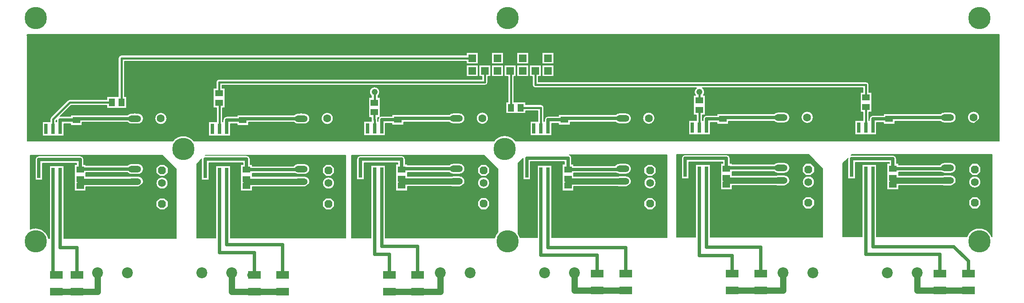
<source format=gbr>
G04 EasyPC Gerber Version 20.0.2 Build 4112 *
G04 #@! TF.Part,Single*
G04 #@! TF.FileFunction,Copper,L1,Top *
%FSLAX35Y35*%
%MOIN*%
G04 #@! TA.AperFunction,ComponentPad*
%AMT92*0 Octagon Pad at angle 0*4,1,8,-0.01284,-0.03100,0.01284,-0.03100,0.03100,-0.01284,0.03100,0.01284,0.01284,0.03100,-0.01284,0.03100,-0.03100,0.01284,-0.03100,-0.01284,-0.01284,-0.03100,0*%
%ADD92T92*%
%AMT90*0 Octagon Pad at angle 0*4,1,8,-0.01305,-0.03150,0.01305,-0.03150,0.03150,-0.01305,0.03150,0.01305,0.01305,0.03150,-0.01305,0.03150,-0.03150,0.01305,-0.03150,-0.01305,-0.01305,-0.03150,0*%
%ADD90T90*%
%ADD88O,0.10400X0.05200*%
G04 #@! TA.AperFunction,WasherPad*
%ADD84R,0.02500X0.08000*%
G04 #@! TA.AperFunction,SMDPad*
%ADD94R,0.05118X0.05906*%
%ADD93R,0.05906X0.05118*%
%ADD150R,0.10200X0.06300*%
G04 #@! TA.AperFunction,WasherPad*
%ADD85R,0.06000X0.06000*%
G04 #@! TD.AperFunction*
%ADD13C,0.00500*%
%ADD98C,0.01500*%
%ADD96C,0.02500*%
G04 #@! TA.AperFunction,ViaPad*
%ADD107C,0.04800*%
G04 #@! TD.AperFunction*
%ADD95C,0.05000*%
G04 #@! TA.AperFunction,ComponentPad*
%ADD91C,0.06200*%
%ADD89C,0.06300*%
G04 #@! TA.AperFunction,WasherPad*
%ADD106C,0.08661*%
%ADD82C,0.17717*%
X0Y0D02*
D02*
D13*
X14128Y211667D02*
Y127612D01*
X129367*
G75*
G02X146133I8383J-6299*
G01*
X384045*
G75*
G02X401100I8528J-6102*
G01*
X784600*
Y212258*
X14128*
X14030Y211667*
X14128*
X362217Y198146D02*
X371472D01*
Y188890*
X362217*
Y191140*
X91112*
Y162902*
X92921*
Y153740*
X77067*
Y155943*
X48971*
X40250Y147222*
G75*
G02X40294Y147222I48J-2881*
G01*
X48524*
Y148531*
X57685*
Y148344*
X93668*
G75*
G02X96766Y149695I3098J-2878*
G01*
X97829*
G75*
G02X100899I1535J-4169*
G01*
X101963*
G75*
G02X106191Y145467J-4228*
G01*
G75*
G02X101963Y141238I-4228*
G01*
X100728*
G75*
G02X98000I-1364J4229*
G01*
X96766*
G75*
G02X93668Y142589J4228*
G01*
X57685*
Y140157*
X48524*
Y141467*
X43172*
Y137455*
G75*
G02X43171Y137407I-2882*
G01*
Y131827*
X26100*
Y143083*
X32222*
Y144931*
G75*
G02Y144934I854J2*
G01*
G75*
G02Y144935I740J0*
G01*
G75*
G02X32919Y146617I2378*
G01*
X46305Y160002*
G75*
G02X47990Y160699I1681J-1681*
G01*
X77067*
Y162902*
X86356*
Y193518*
G75*
G02X88734Y195896I2378*
G01*
X362217*
Y198146*
X120033Y150382D02*
G75*
G02X124811Y145604J-4778D01*
G01*
G75*
G02X120033Y140826I-4778*
G01*
G75*
G02X115256Y145604J4778*
G01*
G75*
G02X120033Y150382I4778*
G01*
X372217Y188146D02*
X381472D01*
Y178890*
X379222*
Y174364*
G75*
G02X376844Y171986I-2378*
G01*
X168573*
Y169791*
X170776*
Y153937*
X168868*
Y143083*
X169306*
Y144344*
G75*
G02X172183Y147222I2878*
G01*
X180413*
Y148531*
X189575*
Y148344*
X225558*
G75*
G02X228656Y149695I3098J-2878*
G01*
X229719*
G75*
G02X232789I1535J-4169*
G01*
X233852*
G75*
G02X238081Y145467J-4228*
G01*
G75*
G02X233852Y141238I-4228*
G01*
X232618*
G75*
G02X229890I-1364J4229*
G01*
X228656*
G75*
G02X225558Y142589J4228*
G01*
X189575*
Y140157*
X180413*
Y141467*
X175061*
Y137455*
G75*
G02X175061Y137407I-2882*
G01*
Y131827*
X157990*
Y143083*
X164112*
Y153937*
X161614*
Y169791*
X163817*
Y174364*
G75*
G02X166195Y176742I2378*
G01*
X374467*
Y178890*
X372217*
Y188146*
X251923Y150382D02*
G75*
G02X256701Y145604J-4778D01*
G01*
G75*
G02X251923Y140826I-4778*
G01*
G75*
G02X247145Y145604J4778*
G01*
G75*
G02X251923Y150382I4778*
G01*
X356785Y149892D02*
G75*
G02X361014Y145663J-4228D01*
G01*
G75*
G02X356785Y141435I-4228*
G01*
X355551*
G75*
G02X352823I-1364J4229*
G01*
X351589*
G75*
G02X348491Y142785J4228*
G01*
X312508*
Y140354*
X303346*
Y141663*
X297994*
Y137652*
G75*
G02X297994Y137604I-2882*
G01*
Y132024*
X280923*
Y143280*
X286888*
Y146457*
X284744*
Y162311*
X286986*
Y163381*
G75*
G02X285395Y166589I2437J3207*
G01*
G75*
G02X293451I4028*
G01*
G75*
G02X292057Y163541I-4028*
G01*
Y162311*
X293906*
Y147152*
G75*
G02X295117Y147419I1211J-2611*
G01*
X303346*
Y148728*
X312508*
Y148541*
X348491*
G75*
G02X351589Y149892I3098J-2878*
G01*
X352652*
G75*
G02X355722I1535J-4169*
G01*
X356785*
X374856Y150579D02*
G75*
G02X379634Y145801J-4778D01*
G01*
G75*
G02X374856Y141023I-4778*
G01*
G75*
G02X370078Y145801J4778*
G01*
G75*
G02X374856Y150579I4778*
G01*
X362217Y188146D02*
X371472D01*
Y178890*
X362217*
Y188146*
X382217D02*
X391472D01*
Y178890*
X382217*
Y188146*
Y198146D02*
X391472D01*
Y188890*
X382217*
Y198146*
X488675Y149892D02*
G75*
G02X492904Y145663J-4228D01*
G01*
G75*
G02X488675Y141435I-4228*
G01*
X487441*
G75*
G02X484713I-1364J4229*
G01*
X483478*
G75*
G02X480381Y142785J4228*
G01*
X444398*
Y140354*
X435236*
Y141663*
X429884*
Y137652*
G75*
G02X429884Y137604I-2882*
G01*
Y132024*
X412813*
Y143280*
X418935*
Y151809*
X409260*
Y149606*
X393406*
Y158768*
X395215*
Y178890*
X392217*
Y188146*
X401472*
Y178890*
X399970*
Y158768*
X409260*
Y156565*
X421313*
G75*
G02X423691Y154187J-2378*
G01*
Y143280*
X424128*
Y144541*
G75*
G02X427006Y147419I2878*
G01*
X435236*
Y148728*
X444398*
Y148541*
X480381*
G75*
G02X483478Y149892I3098J-2878*
G01*
X484542*
G75*
G02X487612I1535J-4169*
G01*
X488675*
X402217Y188146D02*
X411472D01*
Y178890*
X402217*
Y188146*
Y198146D02*
X411472D01*
Y188890*
X402217*
Y198146*
X746156Y150581D02*
G75*
G02Y142124J-4228D01*
G01*
X744921*
G75*
G02X742193I-1364J4229*
G01*
X740959*
G75*
G02X737861Y143474J4228*
G01*
X701878*
Y141043*
X692717*
Y142352*
X687365*
Y138341*
G75*
G02X687364Y138293I-2882*
G01*
Y132713*
X670293*
Y143969*
X676612*
Y150591*
X674409*
Y166445*
X676612*
Y169919*
X549169*
G75*
G02X550057Y164083I-2265J-3331*
G01*
X551484*
Y148228*
X549281*
Y143969*
X549719*
Y145230*
G75*
G02X552597Y148108I2878*
G01*
X560827*
Y149417*
X569988*
Y149230*
X605971*
G75*
G02X609069Y150581I3098J-2878*
G01*
X610132*
G75*
G02X613202I1535J-4169*
G01*
X614266*
G75*
G02X618494Y146352J-4228*
G01*
G75*
G02X614266Y142124I-4228*
G01*
X613031*
G75*
G02X610303I-1364J4229*
G01*
X609069*
G75*
G02X605971Y143474J4228*
G01*
X569988*
Y141043*
X560827*
Y142352*
X555475*
Y138341*
G75*
G02X555474Y138293I-2882*
G01*
Y132713*
X538404*
Y143969*
X544526*
Y148228*
X542323*
Y164083*
X543750*
G75*
G02X544639Y169919I3154J2506*
G01*
X416844*
G75*
G02X414467Y172297J2378*
G01*
Y178890*
X412217*
Y188146*
X421472*
Y178890*
X419222*
Y174675*
X678990*
G75*
G02X681368Y172297J-2378*
G01*
Y166445*
X683571*
Y150591*
X681368*
Y143969*
X681609*
Y145230*
G75*
G02X684487Y148108I2878*
G01*
X692717*
Y149417*
X701878*
Y149230*
X737861*
G75*
G02X740959Y150581I3098J-2878*
G01*
X742022*
G75*
G02X745092I1535J-4169*
G01*
X746156*
X632337Y151268D02*
G75*
G02Y141712J-4778D01*
G01*
G75*
G02X627559Y146490J4778*
G01*
G75*
G02X632337Y151268I4778*
G01*
X506746Y150579D02*
G75*
G02X511524Y145801J-4778D01*
G01*
G75*
G02X506746Y141023I-4778*
G01*
G75*
G02X501968Y145801J4778*
G01*
G75*
G02X506746Y150579I4778*
G01*
X422217Y188146D02*
X431472D01*
Y178890*
X422217*
Y188146*
Y198146D02*
X431472D01*
Y188890*
X422217*
Y198146*
X764226Y151268D02*
G75*
G02Y141712J-4778D01*
G01*
G75*
G02X759448Y146490J4778*
G01*
G75*
G02X764226Y151268I4778*
G01*
X169596Y145604D02*
G36*
X168868D01*
Y143083*
X169306*
Y144344*
G75*
G02X169596Y145604I2878J0*
G01*
G37*
X768922D02*
G36*
G75*
G02X764226Y141712I-4695J886D01*
G01*
G75*
G02X759531Y145604I1J4778*
G01*
X750317*
G75*
G02X746156Y142124I-4162J748*
G01*
X744921*
G75*
G02X742193I-1364J4230*
G01*
X740959*
G75*
G02X737861Y143474J4228*
G01*
X701878*
Y141043*
X692717*
Y142352*
X687365*
Y138341*
G75*
G02Y138329I-1455J-6*
G01*
G75*
G02X687364Y138293I-1454J-2*
G01*
Y132713*
X670293*
Y143969*
X676612*
Y145604*
X637032*
G75*
G02X632337Y141712I-4695J886*
G01*
G75*
G02X627642Y145604I1J4778*
G01*
X618427*
G75*
G02X614266Y142124I-4162J748*
G01*
X613031*
G75*
G02X610303I-1364J4230*
G01*
X609069*
G75*
G02X605971Y143474J4228*
G01*
X569988*
Y141043*
X560827*
Y142352*
X555475*
Y138341*
G75*
G02Y138329I-1455J-6*
G01*
G75*
G02X555474Y138293I-1454J-2*
G01*
Y132713*
X538404*
Y143969*
X544526*
Y145604*
X511520*
G75*
G02X506746Y141023I-4774J198*
G01*
G75*
G02X501972Y145604I0J4779*
G01*
X492903*
G75*
G02X488675Y141435I-4228J59*
G01*
X487441*
G75*
G02X484713I-1364J4230*
G01*
X483478*
G75*
G02X480381Y142785J4228*
G01*
X444398*
Y140354*
X435236*
Y141663*
X429884*
Y137652*
G75*
G02Y137640I-1455J-6*
G01*
G75*
G02X429884Y137604I-1454J-2*
G01*
Y132024*
X412813*
Y143280*
X418935*
Y145604*
X379630*
G75*
G02X374856Y141023I-4774J198*
G01*
G75*
G02X370082Y145604I0J4779*
G01*
X361013*
G75*
G02X356785Y141435I-4228J59*
G01*
X355551*
G75*
G02X352823I-1364J4230*
G01*
X351589*
G75*
G02X348491Y142785J4228*
G01*
X312508*
Y140354*
X303346*
Y141663*
X297994*
Y137652*
G75*
G02Y137640I-1455J-6*
G01*
G75*
G02X297994Y137604I-1454J-2*
G01*
Y132024*
X280923*
Y143280*
X286888*
Y145604*
X256701*
G75*
G02X251923Y140826I-4778*
G01*
G75*
G02X247145Y145604J4778*
G01*
X238078*
G75*
G02X238081Y145467I-4227J-141*
G01*
G75*
G02X233852Y141238I-4228*
G01*
X232618*
G75*
G02X229890I-1364J4230*
G01*
X228656*
G75*
G02X225558Y142589J4228*
G01*
X189575*
Y140157*
X180413*
Y141467*
X175061*
Y137455*
G75*
G02Y137443I-1455J-6*
G01*
G75*
G02X175061Y137407I-1454J-2*
G01*
Y131827*
X157990*
Y143083*
X164112*
Y145604*
X124811*
G75*
G02X120033Y140826I-4778*
G01*
G75*
G02X115256Y145604J4778*
G01*
X106189*
G75*
G02X106191Y145467I-4227J-141*
G01*
G75*
G02X101963Y141238I-4228*
G01*
X100728*
G75*
G02X98000I-1364J4230*
G01*
X96766*
G75*
G02X93668Y142589J4228*
G01*
X57685*
Y140157*
X48524*
Y141467*
X43172*
Y137455*
G75*
G02Y137443I-1455J-6*
G01*
G75*
G02X43171Y137407I-1454J-2*
G01*
Y131827*
X26100*
Y143083*
X32222*
Y144931*
Y144934*
Y144935*
G75*
G02X32319Y145604I2380J-2*
G01*
X14280*
Y127862*
X129560*
G75*
G02X145940I8190J-6550*
G01*
X384230*
G75*
G02X400916I8343J-6352*
G01*
X784350*
Y145604*
X768922*
G37*
X424332D02*
G36*
X423691D01*
Y143280*
X424128*
Y144541*
G75*
G02X424332Y145604I2878*
G01*
G37*
X549743D02*
G36*
X549281D01*
Y143969*
X549719*
Y145230*
G75*
G02X549743Y145604I2878*
G01*
G37*
X681633D02*
G36*
X681368D01*
Y143969*
X681609*
Y145230*
G75*
G02X681633Y145604I2878*
G01*
G37*
X32319D02*
G36*
G75*
G02X32919Y146617I2283J-670D01*
G01*
X46305Y160002*
G75*
G02X47990Y160699I1681J-1682*
G01*
X77067*
Y162902*
X86356*
Y164986*
X14280*
Y145604*
X32319*
G37*
X161614Y164986D02*
G36*
X91112D01*
Y162902*
X92921*
Y153740*
X77067*
Y155943*
X48971*
X40250Y147222*
G75*
G02X40294Y147222I33J-1191*
G01*
X48524*
Y148531*
X57685*
Y148344*
X93668*
G75*
G02X96766Y149695I3098J-2878*
G01*
X97829*
G75*
G02X100899I1535J-4169*
G01*
X101963*
G75*
G02X106189Y145604I0J-4229*
G01*
X115256*
G75*
G02X120033Y150382I4778*
G01*
G75*
G02X124811Y145604J-4778*
G01*
X164112*
Y153937*
X161614*
Y164986*
G37*
X286888Y145604D02*
G36*
Y146457D01*
X284744*
Y162311*
X286986*
Y163381*
G75*
G02X285728Y164986I2437J3207*
G01*
X170776*
Y153937*
X168868*
Y145604*
X169596*
G75*
G02X172183Y147222I2587J-1260*
G01*
X180413*
Y148531*
X189575*
Y148344*
X225558*
G75*
G02X228656Y149695I3098J-2878*
G01*
X229719*
G75*
G02X232789I1535J-4169*
G01*
X233852*
G75*
G02X238078Y145604I0J-4229*
G01*
X247145*
G75*
G02X251923Y150382I4778*
G01*
G75*
G02X256701Y145604J-4778*
G01*
X286888*
G37*
X418935D02*
G36*
Y151809D01*
X409260*
Y149606*
X393406*
Y158768*
X395215*
Y164986*
X293119*
G75*
G02X292057Y163541I-3696J1602*
G01*
Y162311*
X293906*
Y147152*
G75*
G02X295117Y147419I1212J-2613*
G01*
X303346*
Y148728*
X312508*
Y148541*
X348491*
G75*
G02X351589Y149892I3098J-2878*
G01*
X352652*
G75*
G02X355722I1535J-4169*
G01*
X356785*
G75*
G02X361014Y145663J-4228*
G01*
G75*
G02X361013Y145604I-4230J-1*
G01*
X370082*
G75*
G02X370078Y145801I4776J194*
G01*
G75*
G02X374856Y150579I4778*
G01*
G75*
G02X379634Y145801J-4778*
G01*
G75*
G02X379630Y145604I-4780J-3*
G01*
X418935*
G37*
X543208Y164986D02*
G36*
X399970D01*
Y158768*
X409260*
Y156565*
X421313*
G75*
G02X423691Y154187J-2378*
G01*
Y145604*
X424332*
G75*
G02X427006Y147419I2674J-1063*
G01*
X435236*
Y148728*
X444398*
Y148541*
X480381*
G75*
G02X483478Y149892I3098J-2878*
G01*
X484542*
G75*
G02X487612I1535J-4169*
G01*
X488675*
G75*
G02X492904Y145663J-4228*
G01*
G75*
G02X492903Y145604I-4230J-1*
G01*
X501972*
G75*
G02X501968Y145801I4776J194*
G01*
G75*
G02X506746Y150579I4778*
G01*
G75*
G02X511524Y145801J-4778*
G01*
G75*
G02X511520Y145604I-4780J-3*
G01*
X544526*
Y148228*
X542323*
Y164083*
X543750*
G75*
G02X543208Y164986I3154J2506*
G01*
G37*
X674409D02*
G36*
X550599D01*
G75*
G02X550057Y164083I-3696J1602*
G01*
X551484*
Y148228*
X549281*
Y145604*
X549743*
G75*
G02X552597Y148108I2854J-374*
G01*
X560827*
Y149417*
X569988*
Y149230*
X605971*
G75*
G02X609069Y150581I3098J-2878*
G01*
X610132*
G75*
G02X613202I1535J-4169*
G01*
X614266*
G75*
G02X618494Y146352J-4228*
G01*
G75*
G02X618427Y145604I-4229J2*
G01*
X627642*
G75*
G02X627559Y146490I4696J887*
G01*
G75*
G02X632337Y151268I4778*
G01*
G75*
G02X637115Y146490J-4778*
G01*
G75*
G02X637032Y145604I-4778J-1*
G01*
X676612*
Y150591*
X674409*
Y164986*
G37*
X750317Y145604D02*
G36*
X759531D01*
G75*
G02X759448Y146490I4696J887*
G01*
G75*
G02X764226Y151268I4778*
G01*
G75*
G02X769004Y146490J-4778*
G01*
G75*
G02X768922Y145604I-4778J-1*
G01*
X784350*
Y164986*
X683571*
Y150591*
X681368*
Y145604*
X681633*
G75*
G02X684487Y148108I2854J-374*
G01*
X692717*
Y149417*
X701878*
Y149230*
X737861*
G75*
G02X740959Y150581I3098J-2878*
G01*
X742022*
G75*
G02X745092I1535J-4169*
G01*
X746156*
G75*
G02X750384Y146352J-4228*
G01*
G75*
G02X750317Y145604I-4229J-1*
G01*
G37*
X86356Y183518D02*
G36*
X14280D01*
Y164986*
X86356*
Y183518*
G37*
X372217D02*
G36*
X371472D01*
Y178890*
X362217*
Y183518*
X91112*
Y164986*
X161614*
Y169791*
X163817*
Y174364*
G75*
G02X166195Y176742I2378*
G01*
X374467*
Y178890*
X372217*
Y183518*
G37*
X392217D02*
G36*
X391472D01*
Y178890*
X382217*
Y183518*
X381472*
Y178890*
X379222*
Y174364*
G75*
G02X376844Y171986I-2378*
G01*
X168573*
Y169791*
X170776*
Y164986*
X285728*
G75*
G02X285395Y166589I3696J1602*
G01*
G75*
G02X293451I4028*
G01*
Y166588*
G75*
G02X293119Y164986I-4028*
G01*
X395215*
Y178890*
X392217*
Y183518*
G37*
X543208Y164986D02*
G36*
G75*
G02X542876Y166589I3696J1603D01*
G01*
G75*
G02X544639Y169919I4028J0*
G01*
X416844*
G75*
G02X414467Y172297J2378*
G01*
Y178890*
X412217*
Y183518*
X411472*
Y178890*
X402217*
Y183518*
X401472*
Y178890*
X399970*
Y164986*
X543208*
G37*
X683571D02*
G36*
X784350D01*
Y183518*
X431472*
Y178890*
X422217*
Y183518*
X421472*
Y178890*
X419222*
Y174675*
X678990*
G75*
G02X681368Y172297J-2378*
G01*
Y166445*
X683571*
Y164986*
G37*
X674409D02*
G36*
Y166445D01*
X676612*
Y169919*
X549169*
G75*
G02X550931Y166589I-2265J-3331*
G01*
G75*
G02X550599Y164986I-4029J1*
G01*
X674409*
G37*
X86356Y193518D02*
G36*
X14280D01*
Y183518*
X86356*
Y193518*
G37*
X431472D02*
G36*
Y188890D01*
X422217*
Y193518*
X411472*
Y188890*
X402217*
Y193518*
X391472*
Y188890*
X382217*
Y193518*
X371472*
Y188890*
X362217*
Y191140*
X91112*
Y183518*
X362217*
Y188146*
X371472*
Y183518*
X372217*
Y188146*
X381472*
Y183518*
X382217*
Y188146*
X391472*
Y183518*
X392217*
Y188146*
X401472*
Y183518*
X402217*
Y188146*
X411472*
Y183518*
X412217*
Y188146*
X421472*
Y183518*
X422217*
Y188146*
X431472*
Y183518*
X784350*
Y193518*
X431472*
G37*
X371472D02*
G36*
X382217D01*
Y198146*
X391472*
Y193518*
X402217*
Y198146*
X411472*
Y193518*
X422217*
Y198146*
X431472*
Y193518*
X784350*
Y212008*
X14280*
Y193518*
X86356*
G75*
G02X88734Y195896I2378*
G01*
X362217*
Y198146*
X371472*
Y193518*
G37*
X36978Y143950D02*
Y143083D01*
X37416*
Y144344*
G75*
G02X37416Y144388I2882J-5*
G01*
X36978Y143950*
G36*
Y143083*
X37416*
Y144344*
G75*
G02X37416Y144388I2882J-5*
G01*
X36978Y143950*
G37*
X132238Y105368D02*
X121215Y116392D01*
X16490*
Y57679*
G75*
G02X30939Y50447I4232J-9594*
G01*
X31722*
Y108043*
X43171*
Y102463*
G75*
G02X43172Y102415I-2882J-48*
G01*
Y50447*
X132238*
Y105368*
X101963Y109695D02*
G75*
G02X106191Y105467J-4228D01*
G01*
G75*
G02X101963Y101238I-4228*
G01*
X96766*
G75*
G02X93668Y102589J4228*
G01*
X60638*
Y99594*
X95850*
G75*
G02X96766Y99695I916J-4127*
G01*
X101963*
G75*
G02X106191Y95467J-4228*
G01*
G75*
G02X101963Y91238I-4228*
G01*
X96766*
G75*
G02X95850Y91339J4228*
G01*
X60638*
Y87992*
X51476*
Y109161*
X53179*
Y110167*
X26232*
Y102415*
G75*
G02X26230Y102320I-2881*
G01*
Y96787*
X20474*
Y108043*
X20476*
Y113045*
G75*
G02X23354Y115923I2878*
G01*
X56057*
G75*
G02X58935Y113045J-2878*
G01*
Y109161*
X60638*
Y108344*
X93668*
G75*
G02X96766Y109695I3098J-2878*
G01*
X101963*
X122976Y82419D02*
X125746Y79649D01*
Y75733*
X122976Y72963*
X119060*
X116290Y75733*
Y79649*
X119060Y82419*
X122976*
X116290Y94266D02*
G75*
G02X125746I4728D01*
G01*
G75*
G02X116290I-4728*
G01*
X122976Y108994D02*
X125746Y106224D01*
Y102308*
X122976Y99538*
X119060*
X116290Y102308*
Y106224*
X119060Y108994*
X122976*
X31722Y77691D02*
G36*
X16740D01*
Y57785*
G75*
G02X30878Y50697I3982J-9700*
G01*
X31722*
Y77691*
G37*
X125746D02*
G36*
Y75733D01*
X122976Y72963*
X119060*
X116290Y75733*
Y77691*
X43172*
Y50697*
X131988*
Y77691*
X125746*
G37*
X31722Y94266D02*
G36*
X16740D01*
Y77691*
X31722*
Y94266*
G37*
X106017D02*
G36*
G75*
G02X101963Y91238I-4055J1201D01*
G01*
X96766*
G75*
G02X95850Y91339I0J4231*
G01*
X60638*
Y87992*
X51476*
Y94266*
X43172*
Y77691*
X116290*
Y79649*
X119060Y82419*
X122976*
X125746Y79649*
Y77691*
X131988*
Y94266*
X125746*
G75*
G02X116290I-4728*
G01*
X106017*
G37*
X31722Y101957D02*
G36*
X26230D01*
Y96787*
X20474*
Y101957*
X16740*
Y94266*
X31722*
Y101957*
G37*
X51476Y94266D02*
G36*
Y101957D01*
X43172*
Y94266*
X51476*
G37*
X125395Y101957D02*
G36*
X122976Y99538D01*
X119060*
X116640Y101957*
X104321*
G75*
G02X101963Y101238I-2359J3509*
G01*
X96766*
G75*
G02X94407Y101957J4228*
G01*
X60638*
Y99594*
X95850*
G75*
G02X96766Y99695I916J-4130*
G01*
X101963*
G75*
G02X106191Y95467J-4228*
G01*
G75*
G02X106017Y94266I-4229*
G01*
X116290*
G75*
G02X125746I4728*
G01*
X131988*
Y101957*
X125395*
G37*
X104321D02*
G36*
X116640D01*
X116290Y102308*
Y106224*
X119060Y108994*
X122976*
X125746Y106224*
Y102308*
X125395Y101957*
X131988*
Y105618*
X121465Y116142*
X16740*
Y101957*
X20474*
Y108043*
X20476*
Y113045*
G75*
G02X23354Y115923I2878*
G01*
X56057*
G75*
G02X58935Y113045J-2878*
G01*
Y109161*
X60638*
Y108344*
X93668*
G75*
G02X96766Y109695I3098J-2878*
G01*
X101963*
G75*
G02X106191Y105467J-4228*
G01*
G75*
G02X104321Y101957I-4229J0*
G01*
G37*
X51476D02*
G36*
Y109161D01*
X53179*
Y110167*
X26232*
Y102415*
G75*
G02X26230Y102320I-2884*
G01*
Y101957*
X31722*
Y108043*
X43171*
Y102463*
G75*
G02X43172Y102428I-1421J-33*
G01*
G75*
G02Y102415I-1454J-6*
G01*
Y101957*
X51476*
G37*
X94407D02*
G36*
G75*
G02X93668Y102589I2359J3509D01*
G01*
X60638*
Y101957*
X94407*
G37*
X266490Y116293D02*
X155270D01*
X155194Y116218*
G75*
G02X155244Y116219I48J-2877*
G01*
X187947*
G75*
G02X190825Y113341J-2878*
G01*
Y109161*
X192528*
Y107852*
X225165*
G75*
G02X228656Y109695I3491J-2386*
G01*
X233852*
G75*
G02X238081Y105467J-4228*
G01*
G75*
G02X233852Y101238I-4228*
G01*
X228656*
G75*
G02X226102Y102096J4228*
G01*
X192528*
Y99594*
X227740*
G75*
G02X228656Y99695I916J-4127*
G01*
X233852*
G75*
G02X238081Y95467J-4228*
G01*
G75*
G02X233852Y91238I-4228*
G01*
X228656*
G75*
G02X227740Y91339J4228*
G01*
X192528*
Y87992*
X183366*
Y109161*
X185069*
Y110463*
X158122*
Y102415*
G75*
G02X158120Y102320I-2881*
G01*
Y96787*
X152364*
Y108043*
X152366*
Y113341*
G75*
G02X152366Y113390I2877J2*
G01*
X148380Y109404*
Y50841*
X163612*
Y108043*
X175061*
Y102463*
G75*
G02X175061Y102415I-2882J-48*
G01*
Y50841*
X266490*
Y116293*
X254865Y82419D02*
X257635Y79649D01*
Y75733*
X254865Y72963*
X250950*
X248180Y75733*
Y79649*
X250950Y82419*
X254865*
X248180Y94266D02*
G75*
G02X257635I4728D01*
G01*
G75*
G02X248180I-4728*
G01*
X254865Y108994D02*
X257635Y106224D01*
Y102308*
X254865Y99538*
X250950*
X248180Y102308*
Y106224*
X250950Y108994*
X254865*
X163612Y77691D02*
G36*
X148630D01*
Y51091*
X163612*
Y77691*
G37*
X257635D02*
G36*
Y75733D01*
X254865Y72963*
X250950*
X248180Y75733*
Y77691*
X175061*
Y51091*
X266240*
Y77691*
X257635*
G37*
X163612Y94266D02*
G36*
X148630D01*
Y77691*
X163612*
Y94266*
G37*
X237907D02*
G36*
G75*
G02X233852Y91238I-4055J1201D01*
G01*
X228656*
G75*
G02X227740Y91339I0J4231*
G01*
X192528*
Y87992*
X183366*
Y94266*
X175061*
Y77691*
X248180*
Y79649*
X250950Y82419*
X254865*
X257635Y79649*
Y77691*
X266240*
Y94266*
X257635*
G75*
G02X248180I-4728*
G01*
X237907*
G37*
X163612D02*
G36*
Y104266D01*
X158122*
Y102415*
G75*
G02X158120Y102320I-2884*
G01*
Y96787*
X152364*
Y104266*
X148630*
Y94266*
X163612*
G37*
X183366Y104266D02*
G36*
X175061D01*
Y102463*
G75*
G02X175061Y102428I-1421J-33*
G01*
G75*
G02Y102415I-1454J-6*
G01*
Y94266*
X183366*
Y104266*
G37*
X257635D02*
G36*
Y102308D01*
X254865Y99538*
X250950*
X248180Y102308*
Y104266*
X237907*
G75*
G02X233852Y101238I-4055J1201*
G01*
X228656*
G75*
G02X226102Y102096I1J4231*
G01*
X192528*
Y99594*
X227740*
G75*
G02X228656Y99695I916J-4130*
G01*
X233852*
G75*
G02X238081Y95467J-4228*
G01*
G75*
G02X237907Y94266I-4229*
G01*
X248180*
G75*
G02X257635I4728*
G01*
X266240*
Y104266*
X257635*
G37*
X183366D02*
G36*
Y109161D01*
X185069*
Y110463*
X158122*
Y104266*
X163612*
Y108043*
X175061*
Y104266*
X183366*
G37*
X152364D02*
G36*
Y108043D01*
X152366*
Y113341*
G75*
G02Y113353I1552J6*
G01*
G75*
G02X152366Y113390I1518J2*
G01*
X148630Y109654*
Y104266*
X152364*
G37*
X237907D02*
G36*
X248180D01*
Y106224*
X250950Y108994*
X254865*
X257635Y106224*
Y104266*
X266240*
Y116043*
X188936*
G75*
G02X190825Y113341I-989J-2703*
G01*
Y109161*
X192528*
Y107852*
X225165*
G75*
G02X228656Y109695I3491J-2387*
G01*
X233852*
G75*
G02X238081Y105467J-4228*
G01*
G75*
G02X237907Y104266I-4229*
G01*
G37*
X291959Y146457D02*
Y143280D01*
X292239*
Y144541*
G75*
G02X292969Y146457I2878*
G01*
X291959*
G36*
Y143280*
X292239*
Y144541*
G75*
G02X292969Y146457I2878*
G01*
X291959*
G37*
X387061Y105270D02*
X376037Y116293D01*
X271313*
Y50644*
X286545*
Y108240*
X297994*
Y102660*
G75*
G02X297994Y102612I-2882J-48*
G01*
Y50644*
X384569*
G75*
G02X387061Y55228I10169J-2559*
G01*
Y105270*
X356785Y109892D02*
G75*
G02X361014Y105663J-4228D01*
G01*
G75*
G02X356785Y101435I-4228*
G01*
X351589*
G75*
G02X348491Y102785J4228*
G01*
X315461*
Y99791*
X350673*
G75*
G02X351589Y99892I916J-4127*
G01*
X356785*
G75*
G02X361014Y95663J-4228*
G01*
G75*
G02X356785Y91435I-4228*
G01*
X351589*
G75*
G02X350673Y91535J4228*
G01*
X315461*
Y88189*
X306299*
Y109358*
X308002*
Y110364*
X281055*
Y102612*
G75*
G02X281053Y102517I-2881*
G01*
Y96984*
X275297*
Y108240*
X275299*
Y113242*
G75*
G02X278177Y116120I2878*
G01*
X310880*
G75*
G02X313758Y113242J-2878*
G01*
Y109358*
X315461*
Y108541*
X348491*
G75*
G02X351589Y109892I3098J-2878*
G01*
X356785*
X377798Y82616D02*
X380569Y79846D01*
Y75930*
X377798Y73160*
X373883*
X371113Y75930*
Y79846*
X373883Y82616*
X377798*
X371113Y94463D02*
G75*
G02X380569I4728D01*
G01*
G75*
G02X371113I-4728*
G01*
X377798Y109191D02*
X380569Y106420D01*
Y102505*
X377798Y99735*
X373883*
X371113Y102505*
Y106420*
X373883Y109191*
X377798*
X386811Y54949D02*
G36*
Y77888D01*
X380569*
Y75930*
X377798Y73160*
X373883*
X371113Y75930*
Y77888*
X297994*
Y50894*
X384635*
G75*
G02X386811Y54949I10103J-2809*
G01*
G37*
X286545Y77888D02*
G36*
X271563D01*
Y50894*
X286545*
Y77888*
G37*
Y94463D02*
G36*
X271563D01*
Y77888*
X286545*
Y94463*
G37*
X360840D02*
G36*
G75*
G02X356785Y91435I-4055J1201D01*
G01*
X351589*
G75*
G02X350673Y91535I0J4231*
G01*
X315461*
Y88189*
X306299*
Y94463*
X297994*
Y77888*
X371113*
Y79846*
X373883Y82616*
X377798*
X380569Y79846*
Y77888*
X386811*
Y94463*
X380569*
G75*
G02X371113I-4728*
G01*
X360840*
G37*
X286545Y102154D02*
G36*
X281053D01*
Y96984*
X275297*
Y102154*
X271563*
Y94463*
X286545*
Y102154*
G37*
X306299Y94463D02*
G36*
Y102154D01*
X297994*
Y94463*
X306299*
G37*
X380218Y102154D02*
G36*
X377798Y99735D01*
X373883*
X371463Y102154*
X359144*
G75*
G02X356785Y101435I-2359J3509*
G01*
X351589*
G75*
G02X349230Y102154J4228*
G01*
X315461*
Y99791*
X350673*
G75*
G02X351589Y99892I916J-4130*
G01*
X356785*
G75*
G02X361014Y95663J-4228*
G01*
G75*
G02X360840Y94463I-4229*
G01*
X371113*
G75*
G02X380569I4728*
G01*
X386811*
Y102154*
X380218*
G37*
X359144D02*
G36*
X371463D01*
X371113Y102505*
Y106420*
X373883Y109191*
X377798*
X380569Y106420*
Y102505*
X380218Y102154*
X386811*
Y105520*
X376287Y116043*
X311540*
G75*
G02X313758Y113242I-660J-2801*
G01*
Y109358*
X315461*
Y108541*
X348491*
G75*
G02X351589Y109892I3098J-2878*
G01*
X356785*
G75*
G02X361014Y105663J-4228*
G01*
G75*
G02X359144Y102154I-4229J0*
G01*
G37*
X277517Y116043D02*
G36*
X271563D01*
Y102154*
X275297*
Y108240*
X275299*
Y113242*
G75*
G02X277517Y116043I2878*
G01*
G37*
X306299Y102154D02*
G36*
Y109358D01*
X308002*
Y110364*
X281055*
Y102612*
G75*
G02X281053Y102517I-2884*
G01*
Y102154*
X286545*
Y108240*
X297994*
Y102660*
G75*
G02X297994Y102624I-1421J-33*
G01*
G75*
G02Y102612I-1454J-6*
G01*
Y102154*
X306299*
G37*
X349230D02*
G36*
G75*
G02X348491Y102785I2359J3509D01*
G01*
X315461*
Y102154*
X349230*
G37*
X521313Y116785D02*
X443874D01*
G75*
G02X445648Y114128I-1105J-2657*
G01*
Y109358*
X447350*
Y108049*
X479987*
G75*
G02X483478Y109892I3491J-2386*
G01*
X488675*
G75*
G02X492904Y105663J-4228*
G01*
G75*
G02X488675Y101435I-4228*
G01*
X483478*
G75*
G02X480925Y102293J4228*
G01*
X447350*
Y99791*
X482563*
G75*
G02X483478Y99892I916J-4127*
G01*
X488675*
G75*
G02X492904Y95663J-4228*
G01*
G75*
G02X488675Y91435I-4228*
G01*
X483478*
G75*
G02X482563Y91535J4228*
G01*
X447350*
Y88189*
X438189*
Y109358*
X439892*
Y111250*
X412944*
Y102612*
G75*
G02X412943Y102517I-2881*
G01*
Y96984*
X407187*
Y108240*
X407189*
Y113881*
X403203Y109896*
Y54274*
G75*
G02X404800Y51037I-8465J-6189*
G01*
X418435*
Y108240*
X429884*
Y102660*
G75*
G02X429884Y102612I-2882J-48*
G01*
Y51037*
X521313*
Y116785*
X509688Y82616D02*
X512458Y79846D01*
Y75930*
X509688Y73160*
X505772*
X503002Y75930*
Y79846*
X505772Y82616*
X509688*
X503002Y94463D02*
G75*
G02X512458I4728D01*
G01*
G75*
G02X503002I-4728*
G01*
X509688Y109191D02*
X512458Y106420D01*
Y102505*
X509688Y99735*
X505772*
X503002Y102505*
Y106420*
X505772Y109191*
X509688*
X418435Y77888D02*
G36*
X403453D01*
Y53917*
G75*
G02X404723Y51287I-8713J-5831*
G01*
X418435*
Y77888*
G37*
X512458D02*
G36*
Y75930D01*
X509688Y73160*
X505772*
X503002Y75930*
Y77888*
X429884*
Y51287*
X521063*
Y77888*
X512458*
G37*
X418435Y94463D02*
G36*
X403453D01*
Y77888*
X418435*
Y94463*
G37*
X492730D02*
G36*
G75*
G02X488675Y91435I-4055J1201D01*
G01*
X483478*
G75*
G02X482563Y91535I0J4231*
G01*
X447350*
Y88189*
X438189*
Y94463*
X429884*
Y77888*
X503002*
Y79846*
X505772Y82616*
X509688*
X512458Y79846*
Y77888*
X521063*
Y94463*
X512458*
G75*
G02X503002I-4728*
G01*
X492730*
G37*
X418435D02*
G36*
Y104463D01*
X412944*
Y102612*
G75*
G02X412943Y102517I-2884*
G01*
Y96984*
X407187*
Y104463*
X403453*
Y94463*
X418435*
G37*
X438189Y104463D02*
G36*
X429884D01*
Y102660*
G75*
G02X429884Y102624I-1421J-33*
G01*
G75*
G02Y102612I-1454J-6*
G01*
Y94463*
X438189*
Y104463*
G37*
X512458D02*
G36*
Y102505D01*
X509688Y99735*
X505772*
X503002Y102505*
Y104463*
X492730*
G75*
G02X488675Y101435I-4055J1201*
G01*
X483478*
G75*
G02X480925Y102293I1J4231*
G01*
X447350*
Y99791*
X482563*
G75*
G02X483478Y99892I916J-4130*
G01*
X488675*
G75*
G02X492904Y95663J-4228*
G01*
G75*
G02X492730Y94463I-4229*
G01*
X503002*
G75*
G02X512458I4728*
G01*
X521063*
Y104463*
X512458*
G37*
X407187D02*
G36*
Y108240D01*
X407189*
Y113881*
X403453Y110146*
Y104463*
X407187*
G37*
X438189D02*
G36*
Y109358D01*
X439892*
Y111250*
X412944*
Y104463*
X418435*
Y108240*
X429884*
Y104463*
X438189*
G37*
X492730D02*
G36*
X503002D01*
Y106420*
X505772Y109191*
X509688*
X512458Y106420*
Y104463*
X521063*
Y116535*
X444346*
G75*
G02X445648Y114128I-1577J-2407*
G01*
Y109358*
X447350*
Y108049*
X479987*
G75*
G02X483478Y109892I3491J-2387*
G01*
X488675*
G75*
G02X492904Y105663J-4228*
G01*
G75*
G02X492730Y104463I-4229*
G01*
G37*
X644541Y105860D02*
X633518Y116884D01*
X528793*
Y51333*
X544026*
Y108929*
X555474*
Y103349*
G75*
G02X555475Y103301I-2882J-48*
G01*
Y51333*
X644541*
Y105860*
X614266Y110581D02*
G75*
G02X618494Y106352J-4228D01*
G01*
G75*
G02X614266Y102124I-4228*
G01*
X609069*
G75*
G02X605971Y103474J4228*
G01*
X572941*
Y100480*
X608153*
G75*
G02X609069Y100581I916J-4127*
G01*
X614266*
G75*
G02X618494Y96352J-4228*
G01*
G75*
G02X614266Y92124I-4228*
G01*
X609069*
G75*
G02X608153Y92224J4228*
G01*
X572941*
Y88878*
X563780*
Y110047*
X565482*
Y111053*
X538535*
Y103301*
G75*
G02X538533Y103206I-2881*
G01*
Y97673*
X532778*
Y108929*
X532779*
Y113931*
G75*
G02X535657Y116809I2878*
G01*
X568360*
G75*
G02X571238Y113931J-2878*
G01*
Y110047*
X572941*
Y109230*
X605971*
G75*
G02X609069Y110581I3098J-2878*
G01*
X614266*
X635279Y83305D02*
X638049Y80535D01*
Y76619*
X635279Y73849*
X631363*
X628593Y76619*
Y80535*
X631363Y83305*
X635279*
X628593Y95152D02*
G75*
G02X638049I4728D01*
G01*
G75*
G02X628593I-4728*
G01*
X635279Y109880D02*
X638049Y107109D01*
Y103194*
X635279Y100424*
X631363*
X628593Y103194*
Y107109*
X631363Y109880*
X635279*
X544026Y78577D02*
G36*
X529043D01*
Y51583*
X544026*
Y78577*
G37*
X638049D02*
G36*
Y76619D01*
X635279Y73849*
X631363*
X628593Y76619*
Y78577*
X555475*
Y51583*
X644291*
Y78577*
X638049*
G37*
X544026Y95152D02*
G36*
X529043D01*
Y78577*
X544026*
Y95152*
G37*
X618320D02*
G36*
G75*
G02X614266Y92124I-4055J1201D01*
G01*
X609069*
G75*
G02X608153Y92224I0J4231*
G01*
X572941*
Y88878*
X563780*
Y95152*
X555475*
Y78577*
X628593*
Y80535*
X631363Y83305*
X635279*
X638049Y80535*
Y78577*
X644291*
Y95152*
X638049*
G75*
G02X628593I-4728*
G01*
X618320*
G37*
X544026Y102843D02*
G36*
X538533D01*
Y97673*
X532778*
Y102843*
X529043*
Y95152*
X544026*
Y102843*
G37*
X563780Y95152D02*
G36*
Y102843D01*
X555475*
Y95152*
X563780*
G37*
X637698Y102843D02*
G36*
X635279Y100424D01*
X631363*
X628943Y102843*
X616624*
G75*
G02X614266Y102124I-2359J3509*
G01*
X609069*
G75*
G02X606710Y102843J4228*
G01*
X572941*
Y100480*
X608153*
G75*
G02X609069Y100581I916J-4130*
G01*
X614266*
G75*
G02X618494Y96352J-4228*
G01*
G75*
G02X618320Y95152I-4229*
G01*
X628593*
G75*
G02X638049I4728*
G01*
X644291*
Y102843*
X637698*
G37*
X616624D02*
G36*
X628943D01*
X628593Y103194*
Y107109*
X631363Y109880*
X635279*
X638049Y107109*
Y103194*
X637698Y102843*
X644291*
Y106110*
X633768Y116634*
X569349*
G75*
G02X571238Y113931I-989J-2703*
G01*
Y110047*
X572941*
Y109230*
X605971*
G75*
G02X609069Y110581I3098J-2878*
G01*
X614266*
G75*
G02X618494Y106352J-4228*
G01*
G75*
G02X616624Y102843I-4229J0*
G01*
G37*
X534668Y116634D02*
G36*
X529043D01*
Y102843*
X532778*
Y108929*
X532779*
Y113931*
G75*
G02X534668Y116634I2878*
G01*
G37*
X563780Y102843D02*
G36*
Y110047D01*
X565482*
Y111053*
X538535*
Y103301*
G75*
G02X538533Y103206I-2884*
G01*
Y102843*
X544026*
Y108929*
X555474*
Y103349*
G75*
G02X555475Y103313I-1421J-33*
G01*
G75*
G02Y103301I-1454J-6*
G01*
Y102843*
X563780*
G37*
X606710D02*
G36*
G75*
G02X605971Y103474I2359J3509D01*
G01*
X572941*
Y102843*
X606710*
G37*
X778793Y116884D02*
X667573D01*
X667063Y116374*
G75*
G02X667547Y116415I484J-2838*
G01*
X700250*
G75*
G02X703128Y113537J-2878*
G01*
Y110047*
X704831*
Y108738*
X737468*
G75*
G02X740959Y110581I3491J-2386*
G01*
X746156*
G75*
G02X750384Y106352J-4228*
G01*
G75*
G02X746156Y102124I-4228*
G01*
X740959*
G75*
G02X738405Y102982J4228*
G01*
X704831*
Y100480*
X740043*
G75*
G02X740959Y100581I916J-4127*
G01*
X746156*
G75*
G02X750384Y96352J-4228*
G01*
G75*
G02X746156Y92124I-4228*
G01*
X740959*
G75*
G02X740043Y92224J4228*
G01*
X704831*
Y88878*
X695669*
Y110047*
X697372*
Y110659*
X670425*
Y103301*
G75*
G02X670423Y103206I-2881*
G01*
Y97673*
X664667*
Y108929*
X664669*
Y113537*
G75*
G02X664710Y114021I2879J0*
G01*
X660683Y109994*
Y51726*
X675915*
Y108929*
X687364*
Y51726*
X758920*
G75*
G02X778587I9833J-3642*
G01*
X778793*
Y116884*
X767169Y83305D02*
X769939Y80535D01*
Y76619*
X767169Y73849*
X763253*
X760483Y76619*
Y80535*
X763253Y83305*
X767169*
X765211Y99880D02*
G75*
G02Y90424J-4728D01*
G01*
G75*
G02Y99880J4728*
G01*
X767169Y109880D02*
X769939Y107109D01*
Y103194*
X767169Y100424*
X763253*
X760483Y103194*
Y107109*
X763253Y109880*
X767169*
X675915Y78577D02*
G36*
X660933D01*
Y51976*
X675915*
Y78577*
G37*
X778491Y51976D02*
G36*
X778543D01*
Y78577*
X769939*
Y76619*
X767169Y73849*
X763253*
X760483Y76619*
Y78577*
X687364*
Y51976*
X759017*
G75*
G02X778491I9737J-3892*
G01*
G37*
X675915Y95152D02*
G36*
X660933D01*
Y78577*
X675915*
Y95152*
G37*
X750210D02*
G36*
G75*
G02X746156Y92124I-4055J1201D01*
G01*
X740959*
G75*
G02X740043Y92224I0J4231*
G01*
X704831*
Y88878*
X695669*
Y95152*
X687364*
Y78577*
X760483*
Y80535*
X763253Y83305*
X767169*
X769939Y80535*
Y78577*
X778543*
Y95152*
X769939*
G75*
G02X765211Y90424I-4728*
G01*
G75*
G02X760483Y95152J4728*
G01*
X750210*
G37*
X675915Y105152D02*
G36*
X670425D01*
Y103301*
G75*
G02X670423Y103206I-2884*
G01*
Y97673*
X664667*
Y105152*
X660933*
Y95152*
X675915*
Y105152*
G37*
X695669D02*
G36*
X687364D01*
Y95152*
X695669*
Y105152*
G37*
X769939D02*
G36*
Y103194D01*
X767169Y100424*
X763253*
X760483Y103194*
Y105152*
X750210*
G75*
G02X746156Y102124I-4055J1201*
G01*
X740959*
G75*
G02X738405Y102982I1J4231*
G01*
X704831*
Y100480*
X740043*
G75*
G02X740959Y100581I916J-4130*
G01*
X746156*
G75*
G02X750384Y96352J-4228*
G01*
G75*
G02X750210Y95152I-4229*
G01*
X760483*
G75*
G02X765211Y99880I4728*
G01*
G75*
G02X769939Y95152J-4728*
G01*
X778543*
Y105152*
X769939*
G37*
X750210D02*
G36*
X760483D01*
Y107109*
X763253Y109880*
X767169*
X769939Y107109*
Y105152*
X778543*
Y116634*
X667323*
X667063Y116374*
G75*
G02X667547Y116415I483J-2831*
G01*
X700250*
G75*
G02X703128Y113537J-2878*
G01*
Y110047*
X704831*
Y108738*
X737468*
G75*
G02X740959Y110581I3491J-2387*
G01*
X746156*
G75*
G02X750384Y106352J-4228*
G01*
G75*
G02X750210Y105152I-4229*
G01*
G37*
X664667D02*
G36*
Y108929D01*
X664669*
Y113537*
Y113538*
G75*
G02X664710Y114021I2871*
G01*
X660933Y110244*
Y105152*
X664667*
G37*
X695669D02*
G36*
Y110047D01*
X697372*
Y110659*
X670425*
Y105152*
X675915*
Y108929*
X687364*
Y105152*
X695669*
G37*
D02*
D82*
X20722Y48085D03*
Y225250D03*
X137750Y121313D03*
X392573Y121510D03*
X394738Y48085D03*
Y225250D03*
X768754Y48085D03*
Y225250D03*
D02*
D84*
X23354Y102415D03*
Y137455D03*
X28977Y102415D03*
Y137455D03*
X34600Y102415D03*
Y137455D03*
X40294Y102415D03*
Y137455D03*
X155244Y102415D03*
Y137455D03*
X160867Y102415D03*
Y137455D03*
X166490Y102415D03*
Y137455D03*
X172183Y102415D03*
Y137455D03*
X278177Y102612D03*
Y137652D03*
X283800Y102612D03*
Y137652D03*
X289423Y102612D03*
Y137652D03*
X295117Y102612D03*
Y137652D03*
X410067Y102612D03*
Y137652D03*
X415690Y102612D03*
Y137652D03*
X421313Y102612D03*
Y137652D03*
X427006Y102612D03*
Y137652D03*
X535657Y103301D03*
Y138341D03*
X541280Y103301D03*
Y138341D03*
X546904Y103301D03*
Y138341D03*
X552597Y103301D03*
Y138341D03*
X667547Y103301D03*
Y138341D03*
X673170Y103301D03*
Y138341D03*
X678793Y103301D03*
Y138341D03*
X684487Y103301D03*
Y138341D03*
D02*
D85*
X366844Y183518D03*
Y193518D03*
X376844Y183518D03*
Y193518D03*
X386844Y183518D03*
Y193518D03*
X396844Y183518D03*
Y193518D03*
X406844Y183518D03*
Y193518D03*
X416844Y183518D03*
Y193518D03*
X426844Y183518D03*
Y193518D03*
D02*
D88*
X99364Y85467D03*
Y95467D03*
Y105467D03*
Y135467D03*
Y145467D03*
X231254Y85467D03*
Y95467D03*
Y105467D03*
Y135467D03*
Y145467D03*
X354187Y85663D03*
Y95663D03*
Y105663D03*
Y135663D03*
Y145663D03*
X486077Y85663D03*
Y95663D03*
Y105663D03*
Y135663D03*
Y145663D03*
X611667Y86352D03*
Y96352D03*
Y106352D03*
Y136352D03*
Y146352D03*
X743557Y86352D03*
Y96352D03*
Y106352D03*
Y136352D03*
Y146352D03*
D02*
D89*
X120033Y145604D03*
X251923D03*
X374856Y145801D03*
X506746D03*
X632337Y146490D03*
X764226D03*
D02*
D90*
X120033Y135604D03*
X251923D03*
X374856Y135801D03*
X506746D03*
X632337Y136490D03*
X764226D03*
D02*
D91*
X121018Y67691D03*
Y94266D03*
X252907Y67691D03*
Y94266D03*
X375841Y67888D03*
Y94463D03*
X507730Y67888D03*
Y94463D03*
X633321Y68577D03*
Y95152D03*
X765211Y68577D03*
Y95152D03*
D02*
D92*
X121018Y77691D03*
Y104266D03*
X252907Y77691D03*
Y104266D03*
X375841Y77888D03*
Y104463D03*
X507730Y77888D03*
Y104463D03*
X633321Y78577D03*
Y105152D03*
X765211Y78577D03*
Y105152D03*
D02*
D93*
X53104Y136864D03*
Y144344D03*
X56057Y84699D03*
Y92179D03*
Y97494D03*
Y104974D03*
X166195Y158124D03*
Y165604D03*
X184994Y136864D03*
Y144344D03*
X187947Y84699D03*
Y92179D03*
Y97494D03*
Y104974D03*
X289325Y150644D03*
Y158124D03*
X307927Y137061D03*
Y144541D03*
X310880Y84896D03*
Y92376D03*
Y97691D03*
Y105171D03*
X439817Y137061D03*
Y144541D03*
X442770Y84896D03*
Y92376D03*
Y97691D03*
Y105171D03*
X546904Y152415D03*
Y159896D03*
X565407Y137750D03*
Y145230D03*
X568360Y85585D03*
Y93065D03*
Y98380D03*
Y105860D03*
X678990Y154778D03*
Y162258D03*
X697297Y137750D03*
Y145230D03*
X700250Y85585D03*
Y93065D03*
Y98380D03*
Y105860D03*
D02*
D94*
X81254Y158321D03*
X88734D03*
X397593Y154187D03*
X405073D03*
D02*
D95*
X37258Y7920D02*
X53498D01*
X69935*
Y22986*
X99364Y95467D02*
X56057D01*
Y97494*
X99364Y145526D02*
Y145467D01*
X190880Y21320D02*
X194148D01*
Y7920D02*
X176234D01*
Y22986*
X216490Y7920D02*
X194148D01*
X231254Y95467D02*
X187947D01*
Y97494*
X231254Y145526D02*
Y145467D01*
X301333Y7920D02*
X341589D01*
Y22986*
X325749Y21320D02*
X323675D01*
X354187Y95663D02*
X310880D01*
Y97691*
X354187Y145722D02*
Y145663D01*
X365211Y22986D02*
Y22593D01*
X465900Y8904D02*
X447888D01*
Y22986*
X465900Y8904D02*
Y9101D01*
X488537*
X486077Y95663D02*
X442770D01*
Y97691*
X486077Y145722D02*
Y145663D01*
X572888Y8904D02*
X595526D01*
Y9101*
Y8904D02*
Y9101D01*
X613242*
Y22986*
X595526Y22501D02*
X597396D01*
Y22593*
X611667Y96352D02*
X568360D01*
Y98380*
X611667Y146411D02*
Y146352D01*
X737455Y8904D02*
X719541D01*
Y22986*
X737455Y8904D02*
Y9101D01*
X743557Y96352D02*
X700250D01*
Y98380*
X743557Y146411D02*
Y146352D01*
X760093Y9101D02*
X737455D01*
Y8904*
D02*
D96*
X23354Y102415D02*
Y113045D01*
X56057*
Y104974*
X34600Y102415D02*
Y21320D01*
X37258*
X40294Y102415D02*
Y42967D01*
X53498*
Y21320*
X40294Y137455D02*
Y144344D01*
X53104*
X99364Y85467D02*
Y84699D01*
Y105467D02*
X56057D01*
Y104974*
X99364Y145467D02*
X53104D01*
Y144344*
X155244Y102415D02*
Y113341D01*
X187947*
Y104974*
X166490Y102415D02*
Y38931D01*
X194148*
Y21320*
X172183Y102415D02*
Y45230D01*
X216490*
Y21320*
X172183Y137455D02*
Y144344D01*
X184994*
X231254Y85467D02*
Y84699D01*
Y105467D02*
Y104974D01*
X187947*
X231254Y145467D02*
X184994D01*
Y144344*
X278177Y102612D02*
Y113242D01*
X310880*
Y105171*
X289423Y102612D02*
Y37848D01*
X301333*
Y21320*
X295117Y102612D02*
Y43951D01*
X323675*
Y21320*
X295117Y137652D02*
Y144541D01*
X307927*
X354187Y85663D02*
Y84896D01*
Y105663D02*
X310880D01*
Y105171*
X354187Y145663D02*
X307927D01*
Y144541*
X410067Y102612D02*
Y114128D01*
X442770*
Y105171*
X421313Y102612D02*
Y36963D01*
X465900*
Y22304*
X427006Y102612D02*
Y42967D01*
X488537*
Y22501*
X427006Y137652D02*
Y144541D01*
X439817*
X486077Y85663D02*
Y84896D01*
Y105663D02*
Y105171D01*
X442770*
X486077Y145663D02*
X439817D01*
Y144541*
X535657Y103301D02*
Y113931D01*
X568360*
Y105860*
X546904Y103301D02*
Y36864D01*
X572888*
Y22304*
X552597Y103301D02*
Y43262D01*
X595526*
Y22501*
X552597Y138341D02*
Y145230D01*
X565407*
X611667Y86352D02*
Y85585D01*
Y106352D02*
X568360D01*
Y105860*
X611667Y146352D02*
X565407D01*
Y145230*
X667547Y103301D02*
Y113537D01*
X700250*
Y105860*
X678793Y103301D02*
Y37553D01*
X737455*
Y22304*
X684487Y103301D02*
Y43852D01*
X748675*
X760093Y32435*
Y22501*
X684487Y138341D02*
Y145230D01*
X697297*
X743557Y86352D02*
Y85585D01*
Y106352D02*
Y105860D01*
X700250*
X743557Y146352D02*
X697297D01*
Y145230*
D02*
D98*
X34600Y137455D02*
Y144935D01*
X47986Y158321*
X81254*
X166490Y137455D02*
Y158124D01*
X166195*
X289325D02*
X289522D01*
Y166589*
X289423*
Y137652D02*
Y144837D01*
X289325*
Y150644*
X366844Y193518D02*
X88734D01*
Y158321*
X366844Y193518D02*
Y195388D01*
X376844Y183518D02*
Y174364D01*
X166195*
Y165604*
X396844Y183518D02*
X397593D01*
Y154187*
X405073D02*
X421313D01*
Y137652*
X546904Y138341D02*
Y152415D01*
Y159896D02*
Y166589D01*
X678793Y138341D02*
X678990D01*
Y154778*
Y162258D02*
Y172297D01*
X416844*
Y183518*
D02*
D106*
X69935Y22986D03*
X93557D03*
X152612D03*
X176234D03*
X341589D03*
X365211D03*
X424266D03*
X447888D03*
X613242D03*
X636864D03*
X695919D03*
D03*
X719541D03*
D03*
D02*
D107*
X289423Y166589D03*
X546904D03*
D02*
D150*
X37258Y7920D03*
Y21320D03*
X53498Y7920D03*
Y21320D03*
X194148Y7920D03*
Y21320D03*
X216490Y7920D03*
Y21320D03*
X301333Y7920D03*
Y21320D03*
X323675Y7920D03*
Y21320D03*
X465900Y8904D03*
Y22304D03*
X488537Y9101D03*
Y22501D03*
X572888Y8904D03*
Y22304D03*
X595526Y9101D03*
Y22501D03*
X737455Y8904D03*
Y22304D03*
X760093Y9101D03*
Y22501D03*
X0Y0D02*
M02*

</source>
